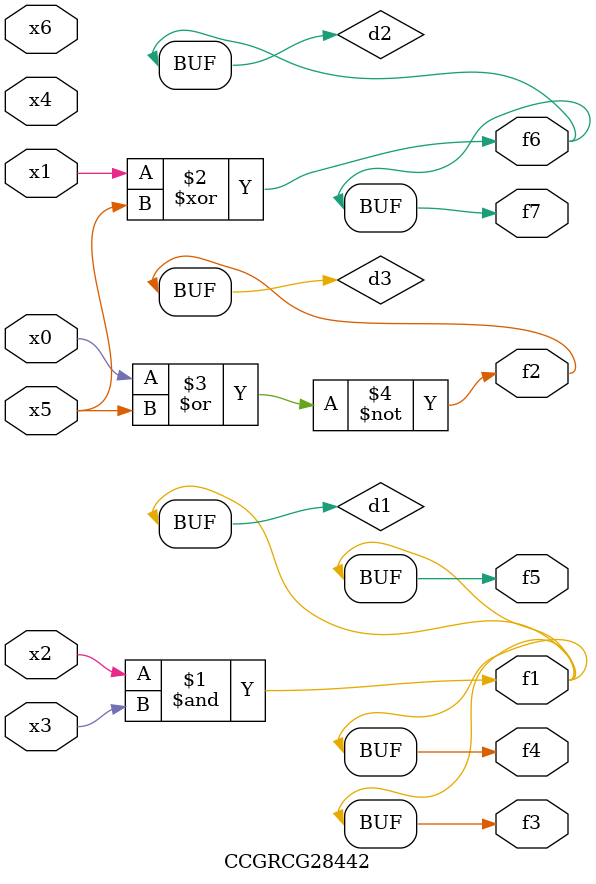
<source format=v>
module CCGRCG28442(
	input x0, x1, x2, x3, x4, x5, x6,
	output f1, f2, f3, f4, f5, f6, f7
);

	wire d1, d2, d3;

	and (d1, x2, x3);
	xor (d2, x1, x5);
	nor (d3, x0, x5);
	assign f1 = d1;
	assign f2 = d3;
	assign f3 = d1;
	assign f4 = d1;
	assign f5 = d1;
	assign f6 = d2;
	assign f7 = d2;
endmodule

</source>
